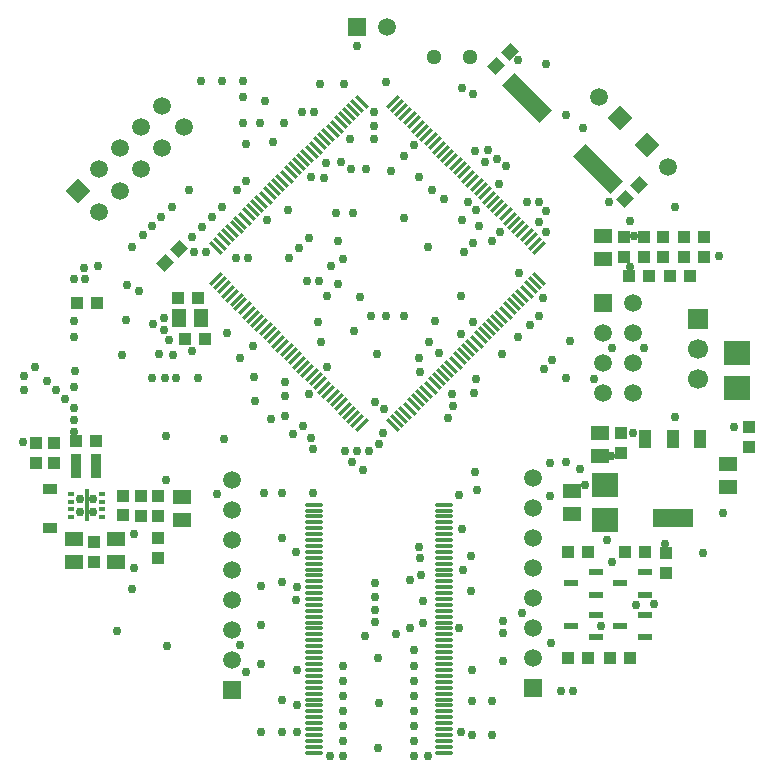
<source format=gbs>
%FSDAX23Y23*%
%MOIN*%
%SFA1B1*%

%IPPOS*%
%AMD18*
4,1,4,0.029200,0.001300,0.001300,0.029200,-0.029200,-0.001300,-0.001300,-0.029200,0.029200,0.001300,0.0*
%
%AMD35*
4,1,4,-0.041700,0.000000,0.000000,-0.041700,0.041700,0.000000,0.000000,0.041700,-0.041700,0.000000,0.0*
%
%AMD40*
4,1,4,0.000000,-0.041700,0.041700,0.000000,0.000000,0.041700,-0.041700,0.000000,0.000000,-0.041700,0.0*
%
%AMD44*
4,1,4,-0.083500,0.041800,0.041800,-0.083500,0.083500,-0.041800,-0.041800,0.083500,-0.083500,0.041800,0.0*
%
%AMD53*
4,1,4,0.023600,-0.013900,-0.013900,0.023600,-0.023600,0.013900,0.013900,-0.023600,0.023600,-0.013900,0.0*
%
%AMD54*
4,1,4,0.013900,0.023600,-0.023600,-0.013900,-0.013900,-0.023600,0.023600,0.013900,0.013900,0.023600,0.0*
%
%ADD10R,0.039400X0.043300*%
%ADD11R,0.043300X0.039400*%
G04~CAMADD=18~9~0.0~0.0~394.0~433.0~0.0~0.0~0~0.0~0.0~0.0~0.0~0~0.0~0.0~0.0~0.0~0~0.0~0.0~0.0~315.0~584.0~583.0*
%ADD18D18*%
%ADD20R,0.059100X0.059100*%
%ADD21C,0.059100*%
%ADD23R,0.086600X0.078700*%
%ADD24R,0.051200X0.059100*%
%ADD25R,0.059100X0.051200*%
G04~CAMADD=35~10~0.0~590.4~0.0~0.0~0.0~0.0~0~0.0~0.0~0.0~0.0~0~0.0~0.0~0.0~0.0~0~0.0~0.0~0.0~135.0~590.4~0.0*
%ADD35D35*%
%ADD36C,0.051200*%
%ADD37R,0.059100X0.059100*%
%ADD38R,0.066900X0.066900*%
%ADD39C,0.066900*%
G04~CAMADD=40~10~0.0~590.4~0.0~0.0~0.0~0.0~0~0.0~0.0~0.0~0.0~0~0.0~0.0~0.0~0.0~0~0.0~0.0~0.0~225.0~590.4~0.0*
%ADD40D40*%
%ADD41C,0.030000*%
%ADD43O,0.063000X0.011800*%
G04~CAMADD=44~9~0.0~0.0~1772.0~591.0~0.0~0.0~0~0.0~0.0~0.0~0.0~0~0.0~0.0~0.0~0.0~0~0.0~0.0~0.0~135.0~1670.0~1669.0*
%ADD44D44*%
%ADD45R,0.135800X0.061000*%
%ADD46R,0.043300X0.061000*%
%ADD47R,0.043300X0.061000*%
%ADD48R,0.016500X0.107900*%
%ADD49R,0.019700X0.013800*%
%ADD50R,0.051200X0.023600*%
%ADD51R,0.048000X0.035800*%
%ADD52R,0.033500X0.078700*%
G04~CAMADD=53~9~0.0~0.0~531.0~138.0~0.0~0.0~0~0.0~0.0~0.0~0.0~0~0.0~0.0~0.0~0.0~0~0.0~0.0~0.0~315.0~472.0~471.0*
%ADD53D53*%
G04~CAMADD=54~9~0.0~0.0~531.0~138.0~0.0~0.0~0~0.0~0.0~0.0~0.0~0~0.0~0.0~0.0~0.0~0~0.0~0.0~0.0~45.0~472.0~471.0*
%ADD54D54*%
%LNde-020717-1*%
%LPD*%
G54D10*
X02510Y02128D03*
Y02061D03*
X04205Y02011D03*
Y02078D03*
X02105Y02376D03*
Y02443D03*
X02165Y02376D03*
Y02443D03*
X02395Y02268D03*
Y02202D03*
X04480Y02498D03*
Y02431D03*
X04055Y02476D03*
Y02409D03*
X02510Y02268D03*
Y02201D03*
X02452Y02268D03*
Y02201D03*
X02298Y02113D03*
Y02046D03*
X04265Y03131D03*
Y03064D03*
X04330Y03131D03*
Y03064D03*
X04195Y03131D03*
Y03064D03*
X04130Y03131D03*
Y03064D03*
X04065Y03131D03*
Y03064D03*
G54D11*
X04148Y03000D03*
X04081D03*
X02303Y02450D03*
X02236D03*
X02306Y02910D03*
X02240D03*
X04066Y02080D03*
X04133D03*
X03943D03*
X03876D03*
X04083Y01725D03*
X04016D03*
X03943D03*
X03876D03*
X04283Y03000D03*
X04216D03*
X02601Y02790D03*
X02668D03*
X02577Y02928D03*
X02644D03*
G54D18*
X02532Y03044D03*
X02579Y03091D03*
X04113Y03303D03*
X04066Y03256D03*
X03683Y03748D03*
X03636Y03701D03*
G54D20*
X03175Y03830D03*
G54D21*
X02596Y03496D03*
X02525Y03567D03*
Y03425D03*
X02455Y03496D03*
Y03355D03*
X02384Y03425D03*
Y03284D03*
X02313Y03355D03*
Y03213D03*
X03275Y03830D03*
X03760Y02325D03*
Y02225D03*
Y02125D03*
Y02025D03*
Y01925D03*
Y01825D03*
Y01725D03*
X02757Y02321D03*
Y02221D03*
Y02121D03*
Y02021D03*
Y01921D03*
Y01821D03*
Y01721D03*
X03979Y03595D03*
X04210Y03364D03*
X04093Y02911D03*
X03993Y02811D03*
X04093D03*
X03993Y02711D03*
X04093D03*
X03993Y02611D03*
X04093D03*
G54D23*
X04000Y02185D03*
Y02304D03*
X04440Y02625D03*
Y02744D03*
G54D24*
X02580Y02859D03*
X02655D03*
G54D25*
X02370Y02047D03*
Y02122D03*
X03890Y02207D03*
Y02282D03*
X04410Y02297D03*
Y02372D03*
X03983Y02401D03*
Y02476D03*
X02590Y02187D03*
Y02262D03*
X02230Y02122D03*
Y02047D03*
X03995Y03132D03*
Y03057D03*
G54D35*
X02242Y03284D03*
G54D36*
X03429Y03730D03*
X03551D03*
G54D37*
X03760Y01625D03*
X02757Y01621D03*
X03993Y02911D03*
G54D38*
X04310Y02855D03*
G54D39*
X04310Y02755D03*
Y02655D03*
G54D40*
X04050Y03525D03*
X04140Y03435D03*
G54D41*
X02230Y02795D03*
Y02850D03*
X02390Y02735D03*
X02495Y02840D03*
X02530Y02860D03*
X02548Y02788D03*
X02265Y03026D03*
X02268Y02989D03*
X02311Y03032D03*
X02515Y02740D03*
X02251Y02213D03*
X02294D03*
X02251Y02256D03*
X02294D03*
X04083Y03030D03*
X03805Y03145D03*
X03817Y02378D03*
Y02266D03*
X02706Y02272D03*
X03711Y03720D03*
X03926Y03492D03*
X03870Y03537D03*
X03544Y03245D03*
X03571Y03219D03*
X03465Y03258D03*
X03424Y03288D03*
X03574Y02287D03*
X03411Y03095D03*
X02850Y03510D03*
X03525Y03185D03*
X03220Y02865D03*
X03568Y03417D03*
X03330Y02865D03*
X02972Y01569D03*
Y01963D03*
X02925Y02275D03*
X02970Y02080D03*
X02923Y01980D03*
Y02125D03*
X03563Y02609D03*
X03395Y01915D03*
X03710Y02795D03*
X03515Y02270D03*
X03780Y02865D03*
X03526Y02021D03*
X03489Y02607D03*
X03571Y02655D03*
X03624Y01469D03*
X03556Y01470D03*
X03027Y02423D03*
X03304Y01806D03*
X03351Y01825D03*
X03395Y01844D03*
X03386Y02003D03*
X03478Y02526D03*
X03415Y02779D03*
X03447Y02744D03*
X03127Y01701D03*
X03365Y01752D03*
Y01700D03*
Y01651D03*
Y01599D03*
Y01550D03*
Y01501D03*
Y01450D03*
Y01400D03*
X03127Y01401D03*
Y01451D03*
Y01501D03*
Y01551D03*
Y01601D03*
Y01651D03*
X03195Y02354D03*
X03110Y02972D03*
X03410Y01400D03*
X03556Y01584D03*
Y01687D03*
X03555Y01950D03*
Y02067D03*
X03624Y01582D03*
X03270Y02865D03*
X02691Y03196D03*
X03650Y03145D03*
X03715Y03010D03*
X03260Y02475D03*
X03265Y02555D03*
X03075Y02695D03*
X03015Y02605D03*
X03235Y02580D03*
X02875Y03185D03*
X03020Y03330D03*
X03070Y03375D03*
X03150Y03455D03*
X03230Y03545D03*
Y03500D03*
X03030Y03545D03*
X03520Y02808D03*
X03560Y02845D03*
X03380Y03330D03*
X03055Y02780D03*
X03235Y01975D03*
Y01930D03*
X03350Y01985D03*
X03385Y02060D03*
X03525Y02155D03*
X03200Y01800D03*
X02730Y02455D03*
X02835Y02583D03*
X03020Y02460D03*
X02994Y02500D03*
X02961Y02474D03*
X02932Y02533D03*
X02935Y02600D03*
X03235Y01885D03*
X02888Y02524D03*
X02935Y02645D03*
X03235Y01845D03*
X03379Y02726D03*
X03385Y02681D03*
X03646Y03306D03*
X03656Y02739D03*
X03660Y01715D03*
Y01810D03*
Y01850D03*
X03725Y01875D03*
X03600Y03380D03*
X03610Y03420D03*
X03230Y03455D03*
X03515Y01825D03*
X02970Y01920D03*
X03560Y03605D03*
X03525Y03625D03*
X02521Y03197D03*
X02460Y03135D03*
X02625Y03130D03*
X02658Y03163D03*
X02491Y03166D03*
X02556Y03229D03*
X02724D03*
X02615Y03285D03*
X02775D03*
X02170Y02620D03*
X02140Y02650D03*
X02100Y02695D03*
X02065Y02665D03*
X02425Y03095D03*
X02630Y03080D03*
X02200Y02590D03*
X02065Y02620D03*
X02060Y02445D03*
X02230Y02560D03*
Y02520D03*
Y02480D03*
X02923Y01587D03*
Y01480D03*
X02972Y01686D03*
X02855Y01480D03*
Y01705D03*
Y01835D03*
Y01965D03*
X03740Y03245D03*
X03780D03*
X03670Y03365D03*
X03805Y03215D03*
X03780Y03180D03*
X03640Y03390D03*
X04380Y03065D03*
X04235Y03230D03*
X02805Y03440D03*
X03530Y03080D03*
X03065Y03325D03*
X02895Y03445D03*
X03751Y02837D03*
X03521Y02933D03*
X03795Y02925D03*
X03379Y02097D03*
X03027Y02276D03*
X04094Y02476D03*
X04429Y02498D03*
X04326Y02078D03*
X04201Y02107D03*
X04393Y02210D03*
X03820Y01777D03*
X03932Y02304D03*
X03126Y03058D03*
X03014Y03125D03*
X02980Y03092D03*
X02947Y03060D03*
X02430Y02140D03*
Y02025D03*
X03120Y03380D03*
X02945Y03220D03*
X03580Y03165D03*
X03870Y02660D03*
X02805Y03315D03*
X02795Y03510D03*
X02868Y03584D03*
X02795Y03595D03*
X02655Y03650D03*
X02795D03*
X02725D03*
X03495Y02565D03*
X03087Y03034D03*
X03110Y03115D03*
X03105Y03210D03*
X03160D03*
X03155Y03355D03*
X03205D03*
X03050Y03640D03*
X02930Y03510D03*
X02990Y03545D03*
X03175Y03765D03*
X03130Y03640D03*
X03270Y03645D03*
X02623Y02751D03*
X02533Y02660D03*
X02570D03*
X02805Y01680D03*
X02785Y01770D03*
X03520Y01480D03*
X02975D03*
X03085Y01400D03*
X04165Y01905D03*
X03855Y01615D03*
X03895D03*
X02740Y02811D03*
X02425Y01955D03*
X03625Y03115D03*
X03560Y03110D03*
X03962Y02657D03*
X03882Y02782D03*
X03797Y02691D03*
X03823Y02719D03*
X03363Y03436D03*
X04025Y02760D03*
X04129Y02761D03*
X03244Y01428D03*
X03246Y01576D03*
X03245Y01728D03*
X02373Y01816D03*
X02539Y01768D03*
X02538Y02319D03*
Y02466D03*
X02862Y02276D03*
X04006Y02120D03*
X04104Y01903D03*
X04022Y02046D03*
X03918Y02357D03*
X03157Y02380D03*
X03135Y02417D03*
X03174Y02416D03*
X03214Y02415D03*
X03246Y02439D03*
X03240Y02741D03*
X04097Y03132D03*
X04012Y03246D03*
X03805Y03708D03*
X03986Y01834D03*
X03162Y02816D03*
X03433Y02850D03*
X04084Y03184D03*
X03566Y02345D03*
X03870Y02379D03*
X03331Y03401D03*
X04020Y02401D03*
X04233Y02530D03*
X03329Y03194D03*
X03288Y03349D03*
X02231Y02631D03*
X02233Y02683D03*
X02491Y02659D03*
X02402Y02852D03*
X03042Y02846D03*
X02826Y02765D03*
X03182Y02929D03*
X03006Y02984D03*
X03048Y02983D03*
X03072Y02932D03*
X02559Y02738D03*
X02230Y02990D03*
X02809Y03061D03*
X02770D03*
X02671Y03080D03*
X02408Y02969D03*
X02448Y02951D03*
X02830Y02664D03*
X02782Y02726D03*
X02645Y02660D03*
X02529Y02820D03*
G54D43*
X03462Y01923D03*
Y01864D03*
Y01884D03*
Y01903D03*
Y01943D03*
X03029Y02159D03*
Y02179D03*
Y02218D03*
Y02120D03*
Y02002D03*
Y02041D03*
Y02061D03*
Y02100D03*
Y01411D03*
Y01431D03*
Y01451D03*
Y01470D03*
Y01490D03*
Y01510D03*
Y01529D03*
Y01549D03*
Y01569D03*
Y01588D03*
Y01608D03*
Y01628D03*
Y01647D03*
Y01667D03*
Y01687D03*
Y01706D03*
Y01726D03*
Y01746D03*
Y01765D03*
Y01785D03*
Y01805D03*
Y01825D03*
Y01844D03*
Y01864D03*
Y01884D03*
Y01903D03*
Y01923D03*
Y01943D03*
Y01962D03*
Y01982D03*
Y02021D03*
Y02080D03*
Y02140D03*
Y02199D03*
Y02238D03*
X03462Y01411D03*
Y01431D03*
Y01451D03*
Y01470D03*
Y01490D03*
Y01510D03*
Y01529D03*
Y01549D03*
Y01569D03*
Y01588D03*
Y01608D03*
Y01628D03*
Y01647D03*
Y01667D03*
Y01687D03*
Y01706D03*
Y01726D03*
Y01746D03*
Y01765D03*
Y01785D03*
Y01805D03*
Y01825D03*
Y01844D03*
Y01962D03*
Y01982D03*
Y02002D03*
Y02021D03*
Y02041D03*
Y02061D03*
Y02080D03*
Y02100D03*
Y02120D03*
Y02140D03*
Y02159D03*
Y02179D03*
Y02199D03*
Y02218D03*
Y02238D03*
G54D44*
X03978Y03356D03*
X03741Y03593D03*
G54D45*
X04226Y02193D03*
G54D46*
X04316Y02458D03*
X04226D03*
G54D47*
X04135Y02458D03*
G54D48*
X02273Y02235D03*
G54D49*
X02221Y02273D03*
Y02247D03*
Y02222D03*
Y02196D03*
X02324D03*
Y02222D03*
Y02247D03*
Y02273D03*
G54D50*
X04050Y01975D03*
X04132Y01937D03*
Y02012D03*
X04050Y01832D03*
X04132Y01795D03*
Y01869D03*
X03887Y01832D03*
X03970Y01795D03*
Y01869D03*
X03888Y01975D03*
X03971Y01937D03*
Y02012D03*
G54D51*
X02150Y02160D03*
Y02289D03*
G54D52*
X02302Y02365D03*
X02237D03*
G54D53*
X03189Y03581D03*
X03175Y03567D03*
X03161Y03553D03*
X03147Y03539D03*
X03133Y03526D03*
X03119Y03512D03*
X03106Y03498D03*
X03092Y03484D03*
X03078Y03470D03*
X03064Y03456D03*
X03050Y03442D03*
X03036Y03428D03*
X03022Y03414D03*
X03008Y03400D03*
X02994Y03386D03*
X02980Y03372D03*
X02966Y03359D03*
X02952Y03345D03*
X02939Y03331D03*
X02925Y03317D03*
X02911Y03303D03*
X02897Y03289D03*
X02883Y03275D03*
X02869Y03261D03*
X02855Y03247D03*
X02841Y03233D03*
X02827Y03219D03*
X02813Y03205D03*
X02799Y03191D03*
X02785Y03178D03*
X02772Y03164D03*
X02758Y03150D03*
X02744Y03136D03*
X02730Y03122D03*
X02716Y03108D03*
X02702Y03094D03*
X03293Y02502D03*
X03307Y02516D03*
X03321Y02530D03*
X03335Y02544D03*
X03349Y02558D03*
X03363Y02572D03*
X03377Y02586D03*
X03391Y02600D03*
X03405Y02614D03*
X03419Y02628D03*
X03433Y02642D03*
X03447Y02656D03*
X03461Y02670D03*
X03474Y02683D03*
X03488Y02697D03*
X03502Y02711D03*
X03516Y02725D03*
X03530Y02739D03*
X03544Y02753D03*
X03558Y02767D03*
X03572Y02781D03*
X03586Y02795D03*
X03600Y02809D03*
X03614Y02823D03*
X03628Y02837D03*
X03669Y02878D03*
X03683Y02892D03*
X03697Y02906D03*
X03753Y02962D03*
X03767Y02976D03*
X03781Y02990D03*
X03711Y02920D03*
X03655Y02864D03*
X03641Y02850D03*
X03725Y02934D03*
X03739Y02948D03*
G54D54*
X02702Y02990D03*
X02716Y02976D03*
X02730Y02962D03*
X02744Y02948D03*
X02758Y02934D03*
X02772Y02920D03*
X02785Y02906D03*
X02799Y02892D03*
X02813Y02878D03*
X02827Y02864D03*
X02841Y02850D03*
X02883Y02809D03*
X02897Y02795D03*
X02911Y02781D03*
X02952Y02739D03*
X02966Y02725D03*
X02980Y02711D03*
X02994Y02697D03*
X03008Y02683D03*
X03022Y02670D03*
X03036Y02656D03*
X03050Y02642D03*
X03064Y02628D03*
X03078Y02614D03*
X03092Y02600D03*
X03106Y02586D03*
X03119Y02572D03*
X03133Y02558D03*
X03147Y02544D03*
X03161Y02530D03*
X03175Y02516D03*
X03189Y02502D03*
X03781Y03094D03*
X03767Y03108D03*
X03753Y03122D03*
X03739Y03136D03*
X03725Y03150D03*
X03711Y03164D03*
X03697Y03178D03*
X03683Y03191D03*
X03669Y03205D03*
X03655Y03219D03*
X03641Y03233D03*
X03628Y03247D03*
X03614Y03261D03*
X03600Y03275D03*
X03586Y03289D03*
X03572Y03303D03*
X03558Y03317D03*
X03544Y03331D03*
X03530Y03345D03*
X03516Y03359D03*
X03502Y03372D03*
X03488Y03386D03*
X03474Y03400D03*
X03461Y03414D03*
X03447Y03428D03*
X03433Y03442D03*
X03419Y03456D03*
X03405Y03470D03*
X03391Y03484D03*
X03377Y03498D03*
X03363Y03512D03*
X03349Y03526D03*
X03335Y03539D03*
X03321Y03553D03*
X03307Y03567D03*
X03293Y03581D03*
X02855Y02837D03*
X02925Y02767D03*
X02939Y02753D03*
X02869Y02823D03*
M02*
</source>
